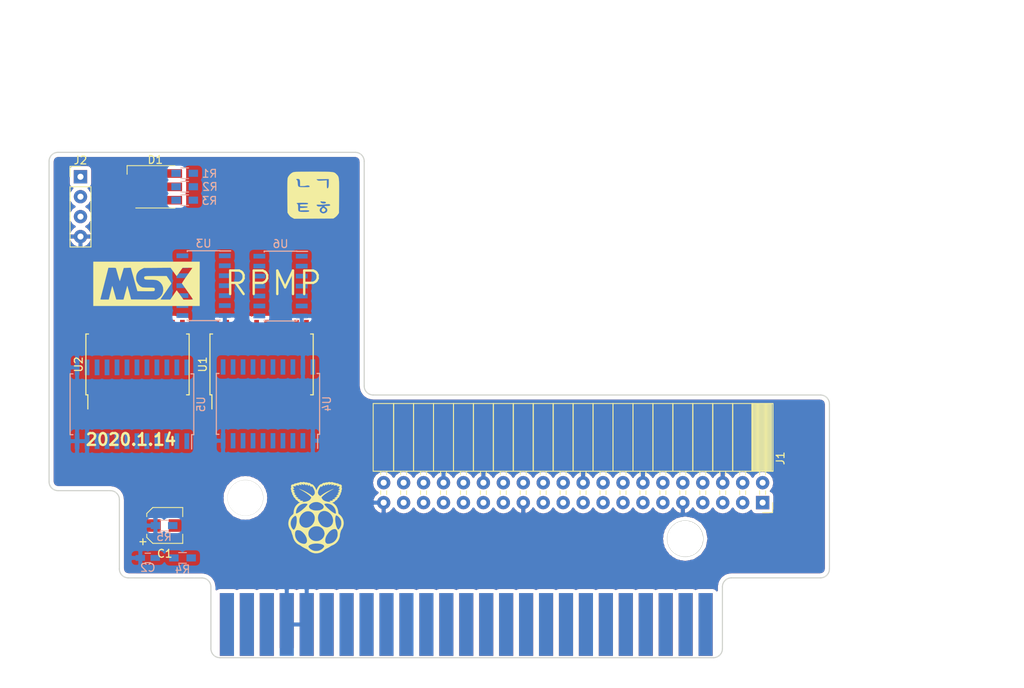
<source format=kicad_pcb>
(kicad_pcb (version 4) (host pcbnew 4.0.7)
  (layers (0 F.Cu mixed) (31 B.Cu mixed) (34 B.Paste user) (35 F.Paste user) (36 B.SilkS user) (37 F.SilkS user) (38 B.Mask user) (39 F.Mask user) (44 Edge.Cuts user))
  (net 0 "")
  (net 1 GND)
  (net 2 +5V)
  (net 3 /RD3)
  (net 4 /RD4)
  (net 5 /RD6)
  (net 6 /RD7)
  (net 7 /RD0)
  (net 8 /RD1)
  (net 9 /RD2)
  (net 10 /RD5)
  (net 11 /WAIT)
  (net 12 /INT)
  (net 13 /BUSDIR)
  (net 14 /IORQ)
  (net 15 /MREQ)
  (net 16 /WR)
  (net 17 /RD)
  (net 18 /RESET)
  (net 19 /A9)
  (net 20 /A15)
  (net 21 /A11)
  (net 22 /A10)
  (net 23 /A7)
  (net 24 /A6)
  (net 25 /A12)
  (net 26 /A8)
  (net 27 /A14)
  (net 28 /A13)
  (net 29 /A1)
  (net 30 /A0)
  (net 31 /A3)
  (net 32 /A2)
  (net 33 /A5)
  (net 34 /A4)
  (net 35 /D1)
  (net 36 /D0)
  (net 37 /D3)
  (net 38 /D2)
  (net 39 /D5)
  (net 40 /D4)
  (net 41 /D7)
  (net 42 /D6)
  (net 43 /CLK)
  (net 44 +3V3)
  (net 45 "Net-(P1-Pad5)")
  (net 46 "Net-(P1-Pad16)")
  (net 47 /RA8)
  (net 48 /RA11)
  (net 49 /RA15)
  (net 50 /RA12)
  (net 51 /RA13)
  (net 52 /RA14)
  (net 53 "Net-(P1-Pad1)")
  (net 54 "Net-(P1-Pad2)")
  (net 55 "Net-(P1-Pad3)")
  (net 56 /SLTSL)
  (net 57 "Net-(P1-Pad6)")
  (net 58 "Net-(P1-Pad44)")
  (net 59 "Net-(P1-Pad48)")
  (net 60 "Net-(P1-Pad50)")
  (net 61 /M1)
  (net 62 /RC17)
  (net 63 /RC18)
  (net 64 /RC27)
  (net 65 /RC23)
  (net 66 /RC24)
  (net 67 /RC19)
  (net 68 /RC26)
  (net 69 /SOUNDIN)
  (net 70 "Net-(D1-Pad4)")
  (net 71 "Net-(D1-Pad5)")
  (net 72 "Net-(D1-Pad6)")
  (net 73 /DAT_EN)
  (net 74 /DAT_DIR)
  (net 75 /RC21)
  (net 76 /ADDR)
  (net 77 "Net-(C1-Pad1)")
  (net 78 /RA10)
  (net 79 /RA9)
  (net 80 /RC20)
  (net 81 "Net-(U4-Pad9)")
  (net 82 "Net-(U4-Pad18)")
  (net 83 /CWAIT)
  (net 84 "Net-(U6-Pad3)")
  (module Socket_Strips:Socket_Strip_Angled_2x20_Pitch2.54mm (layer F.Cu) (at 195.199 94.2975 270)
    (fp_text reference J1 (at -5.65 -2.27 270) (layer F.SilkS))
    (fp_text value RPi_GPIO)
    (pad 1 thru_hole rect (at 0 0 270) (size 1.7 1.7) (drill 0.773) (layers *.Cu *.Mask) (net 44 +3V3))
    (pad 2 thru_hole oval (at -2.54 0 270) (size 1.7 1.7) (drill 0.773) (layers *.Cu *.Mask) (net 2 +5V))
    (pad 3 thru_hole oval (at 0 2.54 270) (size 1.7 1.7) (drill 0.773) (layers *.Cu *.Mask) (net 9 /RD2))
    (pad 4 thru_hole oval (at -2.54 2.54 270) (size 1.7 1.7) (drill 0.773) (layers *.Cu *.Mask) (net 2 +5V))
    (pad 5 thru_hole oval (at 0 5.08 270) (size 1.7 1.7) (drill 0.773) (layers *.Cu *.Mask) (net 3 /RD3))
    (pad 6 thru_hole oval (at -2.54 5.08 270) (size 1.7 1.7) (drill 0.773) (layers *.Cu *.Mask) (net 1 GND))
    (pad 7 thru_hole oval (at 0 7.62 270) (size 1.7 1.7) (drill 0.773) (layers *.Cu *.Mask) (net 4 /RD4))
    (pad 8 thru_hole oval (at -2.54 7.62 270) (size 1.7 1.7) (drill 0.773) (layers *.Cu *.Mask) (net 52 /RA14))
    (pad 9 thru_hole oval (at 0 10.16 270) (size 1.7 1.7) (drill 0.773) (layers *.Cu *.Mask) (net 1 GND))
    (pad 10 thru_hole oval (at -2.54 10.16 270) (size 1.7 1.7) (drill 0.773) (layers *.Cu *.Mask) (net 49 /RA15))
    (pad 11 thru_hole oval (at 0 12.7 270) (size 1.7 1.7) (drill 0.773) (layers *.Cu *.Mask) (net 62 /RC17))
    (pad 12 thru_hole oval (at -2.54 12.7 270) (size 1.7 1.7) (drill 0.773) (layers *.Cu *.Mask) (net 63 /RC18))
    (pad 13 thru_hole oval (at 0 15.24 270) (size 1.7 1.7) (drill 0.773) (layers *.Cu *.Mask) (net 64 /RC27))
    (pad 14 thru_hole oval (at -2.54 15.24 270) (size 1.7 1.7) (drill 0.773) (layers *.Cu *.Mask) (net 1 GND))
    (pad 15 thru_hole oval (at 0 17.78 270) (size 1.7 1.7) (drill 0.773) (layers *.Cu *.Mask) (net 76 /ADDR))
    (pad 16 thru_hole oval (at -2.54 17.78 270) (size 1.7 1.7) (drill 0.773) (layers *.Cu *.Mask) (net 65 /RC23))
    (pad 17 thru_hole oval (at 0 20.32 270) (size 1.7 1.7) (drill 0.773) (layers *.Cu *.Mask) (net 44 +3V3))
    (pad 18 thru_hole oval (at -2.54 20.32 270) (size 1.7 1.7) (drill 0.773) (layers *.Cu *.Mask) (net 66 /RC24))
    (pad 19 thru_hole oval (at 0 22.86 270) (size 1.7 1.7) (drill 0.773) (layers *.Cu *.Mask) (net 78 /RA10))
    (pad 20 thru_hole oval (at -2.54 22.86 270) (size 1.7 1.7) (drill 0.773) (layers *.Cu *.Mask) (net 1 GND))
    (pad 21 thru_hole oval (at 0 25.4 270) (size 1.7 1.7) (drill 0.773) (layers *.Cu *.Mask) (net 79 /RA9))
    (pad 22 thru_hole oval (at -2.54 25.4 270) (size 1.7 1.7) (drill 0.773) (layers *.Cu *.Mask) (net 74 /DAT_DIR))
    (pad 23 thru_hole oval (at 0 27.94 270) (size 1.7 1.7) (drill 0.773) (layers *.Cu *.Mask) (net 48 /RA11))
    (pad 24 thru_hole oval (at -2.54 27.94 270) (size 1.7 1.7) (drill 0.773) (layers *.Cu *.Mask) (net 47 /RA8))
    (pad 25 thru_hole oval (at 0 30.48 270) (size 1.7 1.7) (drill 0.773) (layers *.Cu *.Mask) (net 1 GND))
    (pad 26 thru_hole oval (at -2.54 30.48 270) (size 1.7 1.7) (drill 0.773) (layers *.Cu *.Mask) (net 6 /RD7))
    (pad 27 thru_hole oval (at 0 33.02 270) (size 1.7 1.7) (drill 0.773) (layers *.Cu *.Mask) (net 7 /RD0))
    (pad 28 thru_hole oval (at -2.54 33.02 270) (size 1.7 1.7) (drill 0.773) (layers *.Cu *.Mask) (net 8 /RD1))
    (pad 29 thru_hole oval (at 0 35.56 270) (size 1.7 1.7) (drill 0.773) (layers *.Cu *.Mask) (net 10 /RD5))
    (pad 30 thru_hole oval (at -2.54 35.56 270) (size 1.7 1.7) (drill 0.773) (layers *.Cu *.Mask) (net 1 GND))
    (pad 31 thru_hole oval (at 0 38.1 270) (size 1.7 1.7) (drill 0.773) (layers *.Cu *.Mask) (net 5 /RD6))
    (pad 32 thru_hole oval (at -2.54 38.1 270) (size 1.7 1.7) (drill 0.773) (layers *.Cu *.Mask) (net 50 /RA12))
    (pad 33 thru_hole oval (at 0 40.64 270) (size 1.7 1.7) (drill 0.773) (layers *.Cu *.Mask) (net 51 /RA13))
    (pad 34 thru_hole oval (at -2.54 40.64 270) (size 1.7 1.7) (drill 0.773) (layers *.Cu *.Mask) (net 1 GND))
    (pad 35 thru_hole oval (at 0 43.18 270) (size 1.7 1.7) (drill 0.773) (layers *.Cu *.Mask) (net 67 /RC19))
    (pad 36 thru_hole oval (at -2.54 43.18 270) (size 1.7 1.7) (drill 0.773) (layers *.Cu *.Mask) (net 73 /DAT_EN))
    (pad 37 thru_hole oval (at 0 45.72 270) (size 1.7 1.7) (drill 0.773) (layers *.Cu *.Mask) (net 68 /RC26))
    (pad 38 thru_hole oval (at -2.54 45.72 270) (size 1.7 1.7) (drill 0.773) (layers *.Cu *.Mask) (net 80 /RC20))
    (pad 39 thru_hole oval (at 0 48.26 270) (size 1.7 1.7) (drill 0.773) (layers *.Cu *.Mask) (net 1 GND))
    (pad 40 thru_hole oval (at -2.54 48.26 270) (size 1.7 1.7) (drill 0.773) (layers *.Cu *.Mask) (net 75 /RC21))
  )
  (module MSX:card_edge_connector (layer F.Cu) (at 156.2 106.68)
    (fp_text reference P1 hide)
    (fp_text value CONN_02X25)
    (pad "" np_thru_hole circle (at 29.12364 -7.78256) (size 4.5 4.5) (drill 4.5) (layers *.Cu *.Mask F.SilkS) (clearance 0.5))
    (pad 1 connect rect (at 31.73984 3.14744) (size 1.8 8) (layers B.Cu B.Mask) (net 53 "Net-(P1-Pad1)"))
    (pad 2 connect rect (at 31.73984 3.14744) (size 1.8 8) (layers F.Cu F.Mask) (net 54 "Net-(P1-Pad2)"))
    (pad 3 connect rect (at 29.19984 3.14744) (size 1.8 8) (layers B.Cu B.Mask) (net 55 "Net-(P1-Pad3)"))
    (pad 4 connect rect (at 29.19984 3.14744) (size 1.8 8) (layers F.Cu F.Mask) (net 56 /SLTSL))
    (pad 5 connect rect (at 26.65984 3.14744) (size 1.8 8) (layers B.Cu B.Mask) (net 45 "Net-(P1-Pad5)"))
    (pad 6 connect rect (at 26.65984 3.14744) (size 1.8 8) (layers F.Cu F.Mask) (net 57 "Net-(P1-Pad6)"))
    (pad 7 connect rect (at 24.11984 3.14744) (size 1.8 8) (layers B.Cu B.Mask) (net 11 /WAIT))
    (pad 8 connect rect (at 24.11984 3.14744) (size 1.8 8) (layers F.Cu F.Mask) (net 12 /INT))
    (pad 9 connect rect (at 21.57984 3.14744) (size 1.8 8) (layers B.Cu B.Mask) (net 61 /M1))
    (pad 10 connect rect (at 21.57984 3.14744) (size 1.8 8) (layers F.Cu F.Mask) (net 13 /BUSDIR))
    (pad 11 connect rect (at 19.03984 3.14744) (size 1.8 8) (layers B.Cu B.Mask) (net 14 /IORQ))
    (pad 12 connect rect (at 19.03984 3.14744) (size 1.8 8) (layers F.Cu F.Mask) (net 15 /MREQ))
    (pad 13 connect rect (at 16.49984 3.14744) (size 1.8 8) (layers B.Cu B.Mask) (net 16 /WR))
    (pad 14 connect rect (at 16.49984 3.14744) (size 1.8 8) (layers F.Cu F.Mask) (net 17 /RD))
    (pad 15 connect rect (at 13.95984 3.14744) (size 1.8 8) (layers B.Cu B.Mask) (net 18 /RESET))
    (pad 16 connect rect (at 13.95984 3.14744) (size 1.8 8) (layers F.Cu F.Mask) (net 46 "Net-(P1-Pad16)"))
    (pad 17 connect rect (at 11.41984 3.14744) (size 1.8 8) (layers B.Cu B.Mask) (net 19 /A9))
    (pad 18 connect rect (at 11.41984 3.14744) (size 1.8 8) (layers F.Cu F.Mask) (net 20 /A15))
    (pad 19 connect rect (at 8.87984 3.14744) (size 1.8 8) (layers B.Cu B.Mask) (net 21 /A11))
    (pad 20 connect rect (at 8.87984 3.14744) (size 1.8 8) (layers F.Cu F.Mask) (net 22 /A10))
    (pad 21 connect rect (at 6.33984 3.14744) (size 1.8 8) (layers B.Cu B.Mask) (net 23 /A7))
    (pad 22 connect rect (at 6.33984 3.14744) (size 1.8 8) (layers F.Cu F.Mask) (net 24 /A6))
    (pad 23 connect rect (at 3.79984 3.14744) (size 1.8 8) (layers B.Cu B.Mask) (net 25 /A12))
    (pad 24 connect rect (at 3.79984 3.14744) (size 1.8 8) (layers F.Cu F.Mask) (net 26 /A8))
    (pad 25 connect rect (at 1.25984 3.14744) (size 1.8 8) (layers B.Cu B.Mask) (net 27 /A14))
    (pad 26 connect rect (at 1.25984 3.14744) (size 1.8 8) (layers F.Cu F.Mask) (net 28 /A13))
    (pad 27 connect rect (at -1.28016 3.14744) (size 1.8 8) (layers B.Cu B.Mask) (net 29 /A1))
    (pad 28 connect rect (at -1.28016 3.14744) (size 1.8 8) (layers F.Cu F.Mask) (net 30 /A0))
    (pad 29 connect rect (at -3.82016 3.14744) (size 1.8 8) (layers B.Cu B.Mask) (net 31 /A3))
    (pad 30 connect rect (at -3.82016 3.14744) (size 1.8 8) (layers F.Cu F.Mask) (net 32 /A2))
    (pad 31 connect rect (at -6.36016 3.14744) (size 1.8 8) (layers B.Cu B.Mask) (net 33 /A5))
    (pad 32 connect rect (at -6.36016 3.14744) (size 1.8 8) (layers F.Cu F.Mask) (net 34 /A4))
    (pad 33 connect rect (at -8.90016 3.14744) (size 1.8 8) (layers B.Cu B.Mask) (net 35 /D1))
    (pad 34 connect rect (at -8.90016 3.14744) (size 1.8 8) (layers F.Cu F.Mask) (net 36 /D0))
    (pad 35 connect rect (at -11.44016 3.14744) (size 1.8 8) (layers B.Cu B.Mask) (net 37 /D3))
    (pad 36 connect rect (at -11.44016 3.14744) (size 1.8 8) (layers F.Cu F.Mask) (net 38 /D2))
    (pad 37 connect rect (at -13.98016 3.14744) (size 1.8 8) (layers B.Cu B.Mask) (net 39 /D5))
    (pad 38 connect rect (at -13.98016 3.14744) (size 1.8 8) (layers F.Cu F.Mask) (net 40 /D4))
    (pad 39 connect rect (at -16.52016 3.14744) (size 1.8 8) (layers B.Cu B.Mask) (net 41 /D7))
    (pad 40 connect rect (at -16.52016 3.14744) (size 1.8 8) (layers F.Cu F.Mask) (net 42 /D6))
    (pad 41 connect rect (at -19.06016 3.14744) (size 1.8 8) (layers B.Cu B.Mask) (net 1 GND))
    (pad 42 connect rect (at -19.06016 3.14744) (size 1.8 8) (layers F.Cu F.Mask) (net 43 /CLK))
    (pad 43 connect rect (at -21.60016 3.14744) (size 1.8 8) (layers B.Cu B.Mask) (net 1 GND))
    (pad 44 connect rect (at -21.60524 2.65468) (size 1.8 7) (layers F.Cu F.Mask) (net 58 "Net-(P1-Pad44)"))
    (pad 45 connect rect (at -24.14016 3.14744) (size 1.8 8) (layers B.Cu B.Mask) (net 2 +5V))
    (pad 46 connect rect (at -24.14016 3.14744) (size 1.8 8) (layers F.Cu F.Mask) (net 58 "Net-(P1-Pad44)"))
    (pad 47 connect rect (at -26.68016 3.14744) (size 1.8 8) (layers B.Cu B.Mask) (net 2 +5V))
    (pad 48 connect rect (at -26.68016 3.14744) (size 1.8 8) (layers F.Cu F.Mask) (net 59 "Net-(P1-Pad48)"))
    (pad 49 connect rect (at -29.22016 3.14744) (size 1.8 8) (layers B.Cu B.Mask) (net 69 /SOUNDIN))
    (pad 50 connect rect (at -29.22016 3.14744) (size 1.8 8) (layers F.Cu F.Mask) (net 60 "Net-(P1-Pad50)"))
    (pad "" np_thru_hole circle (at -26.87574 -12.98448) (size 4.5 4.5) (drill 4.5) (layers *.Cu *.Mask F.SilkS) (clearance 0.5))
  )
  (module Capacitors_SMD:CP_Elec_4x4.5 (layer F.Cu) (at 119.062 97.2185)
    (fp_text reference C1 (at 0 3.58 180) (layer F.SilkS))
    (fp_text value CP)
    (fp_text user + (at -2.78 1.99 180) (layer F.SilkS))
    (pad 1 smd rect (at -1.8 0 180) (size 2.6 1.6) (layers F.Cu F.Paste F.Mask) (net 77 "Net-(C1-Pad1)"))
    (pad 2 smd rect (at 1.8 0 180) (size 2.6 1.6) (layers F.Cu F.Paste F.Mask) (net 69 /SOUNDIN))
  )
  (module Capacitors_SMD:C_0603_HandSoldering (layer B.Cu) (at 116.901 101.346)
    (fp_text reference C2 (at 0 1.25) (layer B.SilkS) (effects (justify mirror)))
    (fp_text value C)
    (pad 1 smd rect (at -0.95 0) (size 1.2 0.75) (layers B.Cu B.Paste B.Mask) (net 1 GND))
    (pad 2 smd rect (at 0.95 0) (size 1.2 0.75) (layers B.Cu B.Paste B.Mask) (net 77 "Net-(C1-Pad1)"))
  )
  (module LEDs:LED_RGB_5050-6 (layer F.Cu) (at 117.869 54.053)
    (fp_text reference D1 (at -0.013 -3.4435 180) (layer F.SilkS))
    (fp_text value LED_RGB)
    (pad 1 smd rect (at -2.4 -1.7 90) (size 1.1 2) (layers F.Cu F.Paste F.Mask) (net 73 /DAT_EN))
    (pad 2 smd rect (at -2.4 0 90) (size 1.1 2) (layers F.Cu F.Paste F.Mask) (net 56 /SLTSL))
    (pad 3 smd rect (at -2.4 1.7 90) (size 1.1 2) (layers F.Cu F.Paste F.Mask) (net 74 /DAT_DIR))
    (pad 4 smd rect (at 2.4 1.7 90) (size 1.1 2) (layers F.Cu F.Paste F.Mask) (net 70 "Net-(D1-Pad4)"))
    (pad 5 smd rect (at 2.4 0 90) (size 1.1 2) (layers F.Cu F.Paste F.Mask) (net 71 "Net-(D1-Pad5)"))
    (pad 6 smd rect (at 2.4 -1.7 90) (size 1.1 2) (layers F.Cu F.Paste F.Mask) (net 72 "Net-(D1-Pad6)"))
  )
  (module Resistors_SMD:R_0603_HandSoldering (layer B.Cu) (at 121.602 52.324)
    (fp_text reference R1 (at 3.1628 0.0508) (layer B.SilkS) (effects (justify mirror)))
    (fp_text value R)
    (pad 1 smd rect (at -1.1 0) (size 1.2 0.9) (layers B.Cu B.Paste B.Mask) (net 72 "Net-(D1-Pad6)"))
    (pad 2 smd rect (at 1.1 0) (size 1.2 0.9) (layers B.Cu B.Paste B.Mask) (net 44 +3V3))
  )
  (module Resistors_SMD:R_0603_HandSoldering (layer B.Cu) (at 121.602 54.0385)
    (fp_text reference R2 (at 3.2136 0.0127) (layer B.SilkS) (effects (justify mirror)))
    (fp_text value R)
    (pad 1 smd rect (at -1.1 0) (size 1.2 0.9) (layers B.Cu B.Paste B.Mask) (net 71 "Net-(D1-Pad5)"))
    (pad 2 smd rect (at 1.1 0) (size 1.2 0.9) (layers B.Cu B.Paste B.Mask) (net 44 +3V3))
  )
  (module Resistors_SMD:R_0603_HandSoldering (layer B.Cu) (at 121.602 55.753)
    (fp_text reference R3 (at 3.1628 0.0762) (layer B.SilkS) (effects (justify mirror)))
    (fp_text value R)
    (pad 1 smd rect (at -1.1 0) (size 1.2 0.9) (layers B.Cu B.Paste B.Mask) (net 70 "Net-(D1-Pad4)"))
    (pad 2 smd rect (at 1.1 0) (size 1.2 0.9) (layers B.Cu B.Paste B.Mask) (net 44 +3V3))
  )
  (module Resistors_SMD:R_0603_HandSoldering (layer B.Cu) (at 121.328 101.346)
    (fp_text reference R4 (at 0 1.45) (layer B.SilkS) (effects (justify mirror)))
    (fp_text value R)
    (pad 1 smd rect (at -1.1 0) (size 1.2 0.9) (layers B.Cu B.Paste B.Mask) (net 77 "Net-(C1-Pad1)"))
    (pad 2 smd rect (at 1.1 0) (size 1.2 0.9) (layers B.Cu B.Paste B.Mask) (net 63 /RC18))
  )
  (module Resistors_SMD:R_0603_HandSoldering (layer B.Cu) (at 118.978 97.2185)
    (fp_text reference R5 (at 0 1.45) (layer B.SilkS) (effects (justify mirror)))
    (fp_text value R)
    (pad 1 smd rect (at -1.1 0) (size 1.2 0.9) (layers B.Cu B.Paste B.Mask) (net 1 GND))
    (pad 2 smd rect (at 1.1 0) (size 1.2 0.9) (layers B.Cu B.Paste B.Mask) (net 77 "Net-(C1-Pad1)"))
  )
  (module Housings_SOIC:SOIC-20W_7.5x12.8mm_Pitch1.27mm (layer F.Cu) (at 131.394 76.6836 90)
    (fp_text reference U1 (at 0 -7.5 90) (layer F.SilkS))
    (fp_text value 74HC244)
    (pad 1 smd rect (at -4.7 -5.715 90) (size 1.95 0.6) (layers F.Cu F.Paste F.Mask) (net 76 /ADDR))
    (pad 2 smd rect (at -4.7 -4.445 90) (size 1.95 0.6) (layers F.Cu F.Paste F.Mask) (net 26 /A8))
    (pad 3 smd rect (at -4.7 -3.175 90) (size 1.95 0.6) (layers F.Cu F.Paste F.Mask) (net 50 /RA12))
    (pad 4 smd rect (at -4.7 -1.905 90) (size 1.95 0.6) (layers F.Cu F.Paste F.Mask) (net 19 /A9))
    (pad 5 smd rect (at -4.7 -0.635 90) (size 1.95 0.6) (layers F.Cu F.Paste F.Mask) (net 51 /RA13))
    (pad 6 smd rect (at -4.7 0.635 90) (size 1.95 0.6) (layers F.Cu F.Paste F.Mask) (net 22 /A10))
    (pad 7 smd rect (at -4.7 1.905 90) (size 1.95 0.6) (layers F.Cu F.Paste F.Mask) (net 52 /RA14))
    (pad 8 smd rect (at -4.7 3.175 90) (size 1.95 0.6) (layers F.Cu F.Paste F.Mask) (net 21 /A11))
    (pad 9 smd rect (at -4.7 4.445 90) (size 1.95 0.6) (layers F.Cu F.Paste F.Mask) (net 49 /RA15))
    (pad 10 smd rect (at -4.7 5.715 90) (size 1.95 0.6) (layers F.Cu F.Paste F.Mask) (net 1 GND))
    (pad 11 smd rect (at 4.7 5.715 90) (size 1.95 0.6) (layers F.Cu F.Paste F.Mask) (net 20 /A15))
    (pad 12 smd rect (at 4.7 4.445 90) (size 1.95 0.6) (layers F.Cu F.Paste F.Mask) (net 48 /RA11))
    (pad 13 smd rect (at 4.7 3.175 90) (size 1.95 0.6) (layers F.Cu F.Paste F.Mask) (net 27 /A14))
    (pad 14 smd rect (at 4.7 1.905 90) (size 1.95 0.6) (layers F.Cu F.Paste F.Mask) (net 78 /RA10))
    (pad 15 smd rect (at 4.7 0.635 90) (size 1.95 0.6) (layers F.Cu F.Paste F.Mask) (net 28 /A13))
    (pad 16 smd rect (at 4.7 -0.635 90) (size 1.95 0.6) (layers F.Cu F.Paste F.Mask) (net 79 /RA9))
    (pad 17 smd rect (at 4.7 -1.905 90) (size 1.95 0.6) (layers F.Cu F.Paste F.Mask) (net 25 /A12))
    (pad 18 smd rect (at 4.7 -3.175 90) (size 1.95 0.6) (layers F.Cu F.Paste F.Mask) (net 47 /RA8))
    (pad 19 smd rect (at 4.7 -4.445 90) (size 1.95 0.6) (layers F.Cu F.Paste F.Mask) (net 76 /ADDR))
    (pad 20 smd rect (at 4.7 -5.715 90) (size 1.95 0.6) (layers F.Cu F.Paste F.Mask) (net 44 +3V3))
  )
  (module Housings_SOIC:SOIC-20W_7.5x12.8mm_Pitch1.27mm (layer F.Cu) (at 115.595 76.6836 90)
    (fp_text reference U2 (at 0 -7.5 90) (layer F.SilkS))
    (fp_text value 74HC244)
    (pad 1 smd rect (at -4.7 -5.715 90) (size 1.95 0.6) (layers F.Cu F.Paste F.Mask) (net 76 /ADDR))
    (pad 2 smd rect (at -4.7 -4.445 90) (size 1.95 0.6) (layers F.Cu F.Paste F.Mask) (net 24 /A6))
    (pad 3 smd rect (at -4.7 -3.175 90) (size 1.95 0.6) (layers F.Cu F.Paste F.Mask) (net 9 /RD2))
    (pad 4 smd rect (at -4.7 -1.905 90) (size 1.95 0.6) (layers F.Cu F.Paste F.Mask) (net 23 /A7))
    (pad 5 smd rect (at -4.7 -0.635 90) (size 1.95 0.6) (layers F.Cu F.Paste F.Mask) (net 3 /RD3))
    (pad 6 smd rect (at -4.7 0.635 90) (size 1.95 0.6) (layers F.Cu F.Paste F.Mask) (net 34 /A4))
    (pad 7 smd rect (at -4.7 1.905 90) (size 1.95 0.6) (layers F.Cu F.Paste F.Mask) (net 7 /RD0))
    (pad 8 smd rect (at -4.7 3.175 90) (size 1.95 0.6) (layers F.Cu F.Paste F.Mask) (net 33 /A5))
    (pad 9 smd rect (at -4.7 4.445 90) (size 1.95 0.6) (layers F.Cu F.Paste F.Mask) (net 8 /RD1))
    (pad 10 smd rect (at -4.7 5.715 90) (size 1.95 0.6) (layers F.Cu F.Paste F.Mask) (net 1 GND))
    (pad 11 smd rect (at 4.7 5.715 90) (size 1.95 0.6) (layers F.Cu F.Paste F.Mask) (net 29 /A1))
    (pad 12 smd rect (at 4.7 4.445 90) (size 1.95 0.6) (layers F.Cu F.Paste F.Mask) (net 10 /RD5))
    (pad 13 smd rect (at 4.7 3.175 90) (size 1.95 0.6) (layers F.Cu F.Paste F.Mask) (net 30 /A0))
    (pad 14 smd rect (at 4.7 1.905 90) (size 1.95 0.6) (layers F.Cu F.Paste F.Mask) (net 4 /RD4))
    (pad 15 smd rect (at 4.7 0.635 90) (size 1.95 0.6) (layers F.Cu F.Paste F.Mask) (net 31 /A3))
    (pad 16 smd rect (at 4.7 -0.635 90) (size 1.95 0.6) (layers F.Cu F.Paste F.Mask) (net 6 /RD7))
    (pad 17 smd rect (at 4.7 -1.905 90) (size 1.95 0.6) (layers F.Cu F.Paste F.Mask) (net 32 /A2))
    (pad 18 smd rect (at 4.7 -3.175 90) (size 1.95 0.6) (layers F.Cu F.Paste F.Mask) (net 5 /RD6))
    (pad 19 smd rect (at 4.7 -4.445 90) (size 1.95 0.6) (layers F.Cu F.Paste F.Mask) (net 76 /ADDR))
    (pad 20 smd rect (at 4.7 -5.715 90) (size 1.95 0.6) (layers F.Cu F.Paste F.Mask) (net 44 +3V3))
  )
  (module Housings_SOIC:SOIC-14_3.9x8.7mm_Pitch1.27mm (layer B.Cu) (at 124.01 66.6496 180)
    (fp_text reference U3 (at 0 5.375 180) (layer B.SilkS) (effects (justify mirror)))
    (fp_text value 74LS07)
    (pad 1 smd rect (at -2.7 3.81 180) (size 1.5 0.6) (layers B.Cu B.Paste B.Mask) (net 65 /RC23))
    (pad 2 smd rect (at -2.7 2.54 180) (size 1.5 0.6) (layers B.Cu B.Paste B.Mask) (net 12 /INT))
    (pad 3 smd rect (at -2.7 1.27 180) (size 1.5 0.6) (layers B.Cu B.Paste B.Mask) (net 74 /DAT_DIR))
    (pad 4 smd rect (at -2.7 0 180) (size 1.5 0.6) (layers B.Cu B.Paste B.Mask) (net 13 /BUSDIR))
    (pad 5 smd rect (at -2.7 -1.27 180) (size 1.5 0.6) (layers B.Cu B.Paste B.Mask))
    (pad 6 smd rect (at -2.7 -2.54 180) (size 1.5 0.6) (layers B.Cu B.Paste B.Mask))
    (pad 7 smd rect (at -2.7 -3.81 180) (size 1.5 0.6) (layers B.Cu B.Paste B.Mask) (net 1 GND))
    (pad 8 smd rect (at 2.7 -3.81 180) (size 1.5 0.6) (layers B.Cu B.Paste B.Mask) (net 11 /WAIT))
    (pad 9 smd rect (at 2.7 -2.54 180) (size 1.5 0.6) (layers B.Cu B.Paste B.Mask) (net 83 /CWAIT))
    (pad 10 smd rect (at 2.7 -1.27 180) (size 1.5 0.6) (layers B.Cu B.Paste B.Mask))
    (pad 11 smd rect (at 2.7 0 180) (size 1.5 0.6) (layers B.Cu B.Paste B.Mask))
    (pad 12 smd rect (at 2.7 1.27 180) (size 1.5 0.6) (layers B.Cu B.Paste B.Mask))
    (pad 13 smd rect (at 2.7 2.54 180) (size 1.5 0.6) (layers B.Cu B.Paste B.Mask))
    (pad 14 smd rect (at 2.7 3.81 180) (size 1.5 0.6) (layers B.Cu B.Paste B.Mask) (net 44 +3V3))
  )
  (module Housings_SOIC:SOIC-20W_7.5x12.8mm_Pitch1.27mm (layer B.Cu) (at 132.207 81.7128 90)
    (fp_text reference U4 (at 0 7.5 90) (layer B.SilkS) (effects (justify mirror)))
    (fp_text value 74HC244)
    (pad 1 smd rect (at -4.7 5.715 90) (size 1.95 0.6) (layers B.Cu B.Paste B.Mask) (net 1 GND))
    (pad 2 smd rect (at -4.7 4.445 90) (size 1.95 0.6) (layers B.Cu B.Paste B.Mask) (net 43 /CLK))
    (pad 3 smd rect (at -4.7 3.175 90) (size 1.95 0.6) (layers B.Cu B.Paste B.Mask) (net 67 /RC19))
    (pad 4 smd rect (at -4.7 1.905 90) (size 1.95 0.6) (layers B.Cu B.Paste B.Mask) (net 61 /M1))
    (pad 5 smd rect (at -4.7 0.635 90) (size 1.95 0.6) (layers B.Cu B.Paste B.Mask) (net 68 /RC26))
    (pad 6 smd rect (at -4.7 -0.635 90) (size 1.95 0.6) (layers B.Cu B.Paste B.Mask) (net 16 /WR))
    (pad 7 smd rect (at -4.7 -1.905 90) (size 1.95 0.6) (layers B.Cu B.Paste B.Mask) (net 62 /RC17))
    (pad 8 smd rect (at -4.7 -3.175 90) (size 1.95 0.6) (layers B.Cu B.Paste B.Mask) (net 17 /RD))
    (pad 9 smd rect (at -4.7 -4.445 90) (size 1.95 0.6) (layers B.Cu B.Paste B.Mask) (net 81 "Net-(U4-Pad9)"))
    (pad 10 smd rect (at -4.7 -5.715 90) (size 1.95 0.6) (layers B.Cu B.Paste B.Mask) (net 1 GND))
    (pad 11 smd rect (at 4.7 -5.715 90) (size 1.95 0.6) (layers B.Cu B.Paste B.Mask) (net 18 /RESET))
    (pad 12 smd rect (at 4.7 -4.445 90) (size 1.95 0.6) (layers B.Cu B.Paste B.Mask) (net 80 /RC20))
    (pad 13 smd rect (at 4.7 -3.175 90) (size 1.95 0.6) (layers B.Cu B.Paste B.Mask) (net 56 /SLTSL))
    (pad 14 smd rect (at 4.7 -1.905 90) (size 1.95 0.6) (layers B.Cu B.Paste B.Mask) (net 64 /RC27))
    (pad 15 smd rect (at 4.7 -0.635 90) (size 1.95 0.6) (layers B.Cu B.Paste B.Mask) (net 15 /MREQ))
    (pad 16 smd rect (at 4.7 0.635 90) (size 1.95 0.6) (layers B.Cu B.Paste B.Mask) (net 75 /RC21))
    (pad 17 smd rect (at 4.7 1.905 90) (size 1.95 0.6) (layers B.Cu B.Paste B.Mask) (net 14 /IORQ))
    (pad 18 smd rect (at 4.7 3.175 90) (size 1.95 0.6) (layers B.Cu B.Paste B.Mask) (net 82 "Net-(U4-Pad18)"))
    (pad 19 smd rect (at 4.7 4.445 90) (size 1.95 0.6) (layers B.Cu B.Paste B.Mask) (net 1 GND))
    (pad 20 smd rect (at 4.7 5.715 90) (size 1.95 0.6) (layers B.Cu B.Paste B.Mask) (net 44 +3V3))
  )
  (module Housings_SOIC:SOIC-24W_7.5x15.4mm_Pitch1.27mm (layer B.Cu) (at 114.884 81.7636 90)
    (fp_text reference U5 (at 0 8.8 90) (layer B.SilkS) (effects (justify mirror)))
    (fp_text value LVC4245)
    (pad 1 smd rect (at -4.7 6.985 90) (size 2 0.6) (layers B.Cu B.Paste B.Mask) (net 2 +5V))
    (pad 2 smd rect (at -4.7 5.715 90) (size 2 0.6) (layers B.Cu B.Paste B.Mask) (net 74 /DAT_DIR))
    (pad 3 smd rect (at -4.7 4.445 90) (size 2 0.6) (layers B.Cu B.Paste B.Mask) (net 35 /D1))
    (pad 4 smd rect (at -4.7 3.175 90) (size 2 0.6) (layers B.Cu B.Paste B.Mask) (net 36 /D0))
    (pad 5 smd rect (at -4.7 1.905 90) (size 2 0.6) (layers B.Cu B.Paste B.Mask) (net 37 /D3))
    (pad 6 smd rect (at -4.7 0.635 90) (size 2 0.6) (layers B.Cu B.Paste B.Mask) (net 38 /D2))
    (pad 7 smd rect (at -4.7 -0.635 90) (size 2 0.6) (layers B.Cu B.Paste B.Mask) (net 39 /D5))
    (pad 8 smd rect (at -4.7 -1.905 90) (size 2 0.6) (layers B.Cu B.Paste B.Mask) (net 40 /D4))
    (pad 9 smd rect (at -4.7 -3.175 90) (size 2 0.6) (layers B.Cu B.Paste B.Mask) (net 41 /D7))
    (pad 10 smd rect (at -4.7 -4.445 90) (size 2 0.6) (layers B.Cu B.Paste B.Mask) (net 42 /D6))
    (pad 11 smd rect (at -4.7 -5.715 90) (size 2 0.6) (layers B.Cu B.Paste B.Mask) (net 1 GND))
    (pad 12 smd rect (at -4.7 -6.985 90) (size 2 0.6) (layers B.Cu B.Paste B.Mask) (net 1 GND))
    (pad 13 smd rect (at 4.7 -6.985 90) (size 2 0.6) (layers B.Cu B.Paste B.Mask) (net 1 GND))
    (pad 14 smd rect (at 4.7 -5.715 90) (size 2 0.6) (layers B.Cu B.Paste B.Mask) (net 5 /RD6))
    (pad 15 smd rect (at 4.7 -4.445 90) (size 2 0.6) (layers B.Cu B.Paste B.Mask) (net 6 /RD7))
    (pad 16 smd rect (at 4.7 -3.175 90) (size 2 0.6) (layers B.Cu B.Paste B.Mask) (net 4 /RD4))
    (pad 17 smd rect (at 4.7 -1.905 90) (size 2 0.6) (layers B.Cu B.Paste B.Mask) (net 10 /RD5))
    (pad 18 smd rect (at 4.7 -0.635 90) (size 2 0.6) (layers B.Cu B.Paste B.Mask) (net 9 /RD2))
    (pad 19 smd rect (at 4.7 0.635 90) (size 2 0.6) (layers B.Cu B.Paste B.Mask) (net 3 /RD3))
    (pad 20 smd rect (at 4.7 1.905 90) (size 2 0.6) (layers B.Cu B.Paste B.Mask) (net 7 /RD0))
    (pad 21 smd rect (at 4.7 3.175 90) (size 2 0.6) (layers B.Cu B.Paste B.Mask) (net 8 /RD1))
    (pad 22 smd rect (at 4.7 4.445 90) (size 2 0.6) (layers B.Cu B.Paste B.Mask) (net 73 /DAT_EN))
    (pad 23 smd rect (at 4.7 5.715 90) (size 2 0.6) (layers B.Cu B.Paste B.Mask) (net 44 +3V3))
    (pad 24 smd rect (at 4.7 6.985 90) (size 2 0.6) (layers B.Cu B.Paste B.Mask) (net 44 +3V3))
  )
  (module Pin_Headers:Pin_Header_Straight_1x04_Pitch2.54mm (layer F.Cu) (at 108.331 52.7685)
    (fp_text reference J2 (at 0 -2.0955) (layer F.SilkS))
    (fp_text value Conn_01x04)
    (pad 1 thru_hole rect (at 0 0) (size 1.7 1.7) (drill 0.773) (layers *.Cu *.Mask) (net 9 /RD2))
    (pad 2 thru_hole oval (at 0 2.54) (size 1.7 1.7) (drill 0.773) (layers *.Cu *.Mask) (net 3 /RD3))
    (pad 3 thru_hole oval (at 0 5.08) (size 1.7 1.7) (drill 0.773) (layers *.Cu *.Mask) (net 44 +3V3))
    (pad 4 thru_hole oval (at 0 7.62) (size 1.7 1.7) (drill 0.773) (layers *.Cu *.Mask) (net 1 GND))
  )
  (module MSX:LOGO (layer F.Cu) (at 116.7384 66.3956)
    (fp_text reference G2 hide)
    (fp_text value LOGO hide)
  )
  (module MSX:raspberry_pi_logo (layer F.Cu) (at 138.3284 96.2152)
    (fp_text reference G3 hide)
    (fp_text value LOGO hide)
  )
  (module MSX:srxg10 (layer F.Cu) (at 137.922 55.4736)
    (fp_text reference G1 hide)
    (fp_text value LOGO hide)
  )
  (module Housings_SOIC:SOIC-14_3.9x8.7mm_Pitch1.27mm (layer B.Cu) (at 133.8072 66.7004 180)
    (fp_text reference U6 (at 0 5.375 180) (layer B.SilkS) (effects (justify mirror)))
    (fp_text value 7400)
    (pad 1 smd rect (at -2.7 3.81 180) (size 1.5 0.6) (layers B.Cu B.Paste B.Mask) (net 14 /IORQ))
    (pad 2 smd rect (at -2.7 2.54 180) (size 1.5 0.6) (layers B.Cu B.Paste B.Mask) (net 15 /MREQ))
    (pad 3 smd rect (at -2.7 1.27 180) (size 1.5 0.6) (layers B.Cu B.Paste B.Mask) (net 84 "Net-(U6-Pad3)"))
    (pad 4 smd rect (at -2.7 0 180) (size 1.5 0.6) (layers B.Cu B.Paste B.Mask) (net 84 "Net-(U6-Pad3)"))
    (pad 5 smd rect (at -2.7 -1.27 180) (size 1.5 0.6) (layers B.Cu B.Paste B.Mask) (net 66 /RC24))
    (pad 6 smd rect (at -2.7 -2.54 180) (size 1.5 0.6) (layers B.Cu B.Paste B.Mask) (net 83 /CWAIT))
    (pad 7 smd rect (at -2.7 -3.81 180) (size 1.5 0.6) (layers B.Cu B.Paste B.Mask) (net 1 GND))
    (pad 8 smd rect (at 2.7 -3.81 180) (size 1.5 0.6) (layers B.Cu B.Paste B.Mask))
    (pad 9 smd rect (at 2.7 -2.54 180) (size 1.5 0.6) (layers B.Cu B.Paste B.Mask))
    (pad 10 smd rect (at 2.7 -1.27 180) (size 1.5 0.6) (layers B.Cu B.Paste B.Mask))
    (pad 11 smd rect (at 2.7 0 180) (size 1.5 0.6) (layers B.Cu B.Paste B.Mask))
    (pad 12 smd rect (at 2.7 1.27 180) (size 1.5 0.6) (layers B.Cu B.Paste B.Mask))
    (pad 13 smd rect (at 2.7 2.54 180) (size 1.5 0.6) (layers B.Cu B.Paste B.Mask))
    (pad 14 smd rect (at 2.7 3.81 180) (size 1.5 0.6) (layers B.Cu B.Paste B.Mask) (net 44 +3V3))
  )
  (gr_text 2020.1.14 (at 114.7572 86.2584) (layer F.SilkS) (effects (font (size 1.5 1.5) (thickness 0.3))))
  (gr_text RPMP (at 132.8928 66.3448) (layer F.SilkS) (effects (font (size 3 3) (thickness 0.3))))
  (gr_arc (start 143.3195 50.8) (end 144.4625 50.8) (angle -90) (layer Edge.Cuts) (width 0.15))
  (gr_arc (start 202.565 81.7245) (end 203.708 81.7245) (angle -90) (layer Edge.Cuts) (width 0.15))
  (gr_arc (start 145.6055 79.4385) (end 144.4625 79.4385) (angle -90) (layer Edge.Cuts) (width 0.15))
  (gr_line (start 144.4625 79.4385) (end 144.4625 50.8) (angle 90) (layer Edge.Cuts) (width 0.15))
  (gr_line (start 202.565 80.5815) (end 145.6055 80.5815) (angle 90) (layer Edge.Cuts) (width 0.15))
  (gr_line (start 104.3305 91.6305) (end 104.3305 50.8) (layer Edge.Cuts) (width 0.15))
  (gr_arc (start 112.141 93.9165) (end 112.141 92.7735) (angle 90) (layer Edge.Cuts) (width 0.15))
  (gr_arc (start 105.4735 91.6305) (end 105.4735 92.7735) (angle 90) (layer Edge.Cuts) (width 0.15))
  (gr_line (start 112.141 92.7735) (end 105.4735 92.7735) (layer Edge.Cuts) (width 0.15))
  (gr_line (start 124.9426 112.9157) (end 124.9426 105.0417) (layer Edge.Cuts) (width 0.15))
  (gr_line (start 114.427 103.886) (end 123.7996 103.8987) (layer Edge.Cuts) (width 0.15))
  (gr_arc (start 114.427 102.743) (end 114.427 103.886) (angle 90) (layer Edge.Cuts) (width 0.15))
  (gr_arc (start 123.7996 105.0417) (end 123.7996 103.8987) (angle 90) (layer Edge.Cuts) (width 0.15))
  (gr_line (start 191.2239 103.886) (end 202.565 103.886) (layer Edge.Cuts) (width 0.15))
  (gr_arc (start 202.565 102.743) (end 202.565 103.886) (angle -90) (layer Edge.Cuts) (width 0.15))
  (gr_line (start 190.0809 112.9157) (end 190.0809 105.029) (layer Edge.Cuts) (width 0.15))
  (gr_arc (start 191.2239 105.029) (end 191.2239 103.886) (angle -90) (layer Edge.Cuts) (width 0.15))
  (gr_circle (center 129.3368 93.6879) (end 130.9878 95.1611) (layer Edge.Cuts) (width 0.15))
  (gr_circle (center 185.3438 98.8949) (end 187.1472 100.2538) (layer Edge.Cuts) (width 0.15))
  (gr_arc (start 105.4735 50.8) (end 104.3305 50.8) (angle 90) (layer Edge.Cuts) (width 0.15))
  (gr_arc (start 188.9379 112.9157) (end 188.9379 114.0587) (angle -90) (layer Edge.Cuts) (width 0.15))
  (gr_arc (start 126.0856 112.9157) (end 126.0856 114.0587) (angle 90) (layer Edge.Cuts) (width 0.15))
  (gr_line (start 203.708 102.743) (end 203.708 81.7245) (angle 90) (layer Edge.Cuts) (width 0.15))
  (gr_line (start 126.0856 114.0587) (end 188.9379 114.0587) (angle 90) (layer Edge.Cuts) (width 0.15))
  (gr_line (start 113.284 93.9165) (end 113.284 102.743) (angle 90) (layer Edge.Cuts) (width 0.15))
  (gr_line (start 143.3195 49.657) (end 105.4735 49.657) (angle 90) (layer Edge.Cuts) (width 0.15))
  (zone (net 1) (net_name GND) (layer F.Cu) (connect_pads (clearance 0.508)) (min_thickness 0.254) (fill yes (arc_segments 16) (thermal_gap 0.508) (thermal_bridge_width 0.508))
    (polygon (pts (xy 203.3524 49.911) (xy 203.5048 113.9698) (xy 101.3206 113.9063) (xy 101.5365 93.0529) (xy 101.1809 90.7161) (xy 101.2952 49.6697)))
  )
  (zone (net 1) (net_name GND) (layer B.Cu) (connect_pads (clearance 0.508)) (min_thickness 0.254) (fill yes (arc_segments 16) (thermal_gap 0.508) (thermal_bridge_width 0.508))
    (polygon (pts (xy 203.4667 113.8936) (xy 98.5901 113.9063) (xy 98.3234 91.8972) (xy 98.0821 91.8972) (xy 98.4377 49.9491) (xy 195.8467 49.9491) (xy 203.3397 50.1015)))
  )
)
</source>
